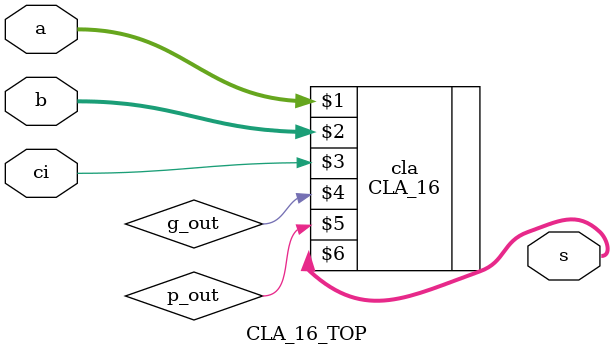
<source format=v>

`timescale 1ns / 1ps

module CLA_16_TOP(
    input [15:0] a, b,
    input ci,
    output [15:0] s);
    
    wire g_out, p_out;  // Will be open circuit
    
    // CLA 16
    CLA_16 cla(a, b, ci, g_out, p_out, s);
endmodule

</source>
